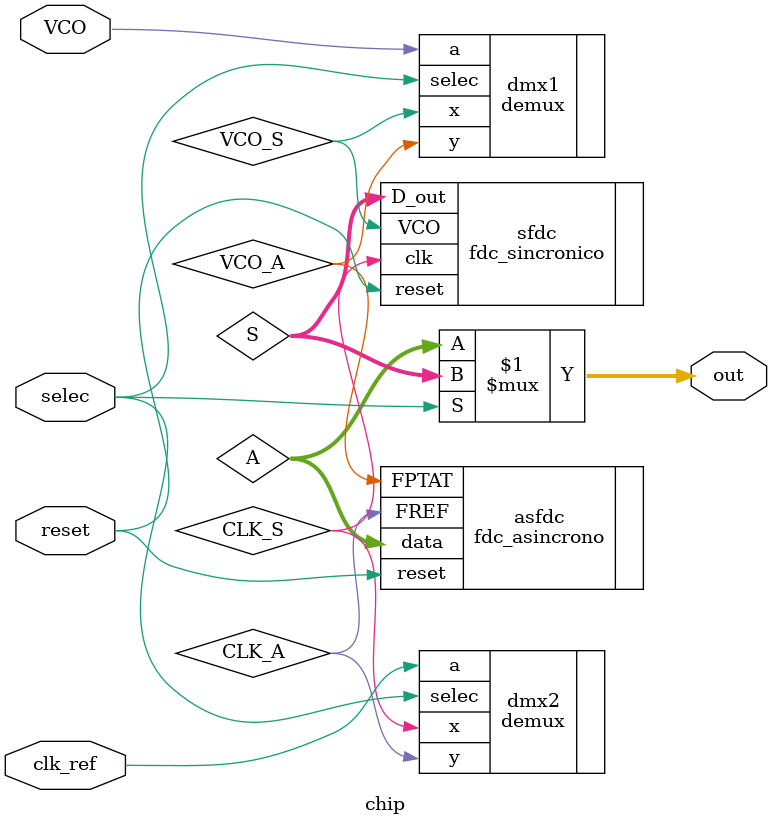
<source format=v>
module chip (
    input wire  reset,selec,clk_ref,VCO,
    output wire [4:0] out
    );

    wire VCO_S, VCO_A, CLK_S, CLK_A;
    wire [4:0] S;
    wire [4:0] A;
    
    demux dmx1(
    .selec(selec),
    .a(VCO), 
    .x(VCO_S), 
    .y(VCO_A));
    demux dmx2(
    .selec(selec),
    .a(clk_ref), 
    .x(CLK_S), 
    .y(CLK_A));
    fdc_sincronico sfdc(
    .VCO(VCO_S), 
    .clk(CLK_S), 
    .reset(reset),
    .D_out(S));
    fdc_asincrono asfdc(
    .reset(reset),
    .FPTAT(VCO_A), 
    .FREF(CLK_A), 
    .data(A));
    
    assign out = (selec)? S:A;

endmodule


</source>
